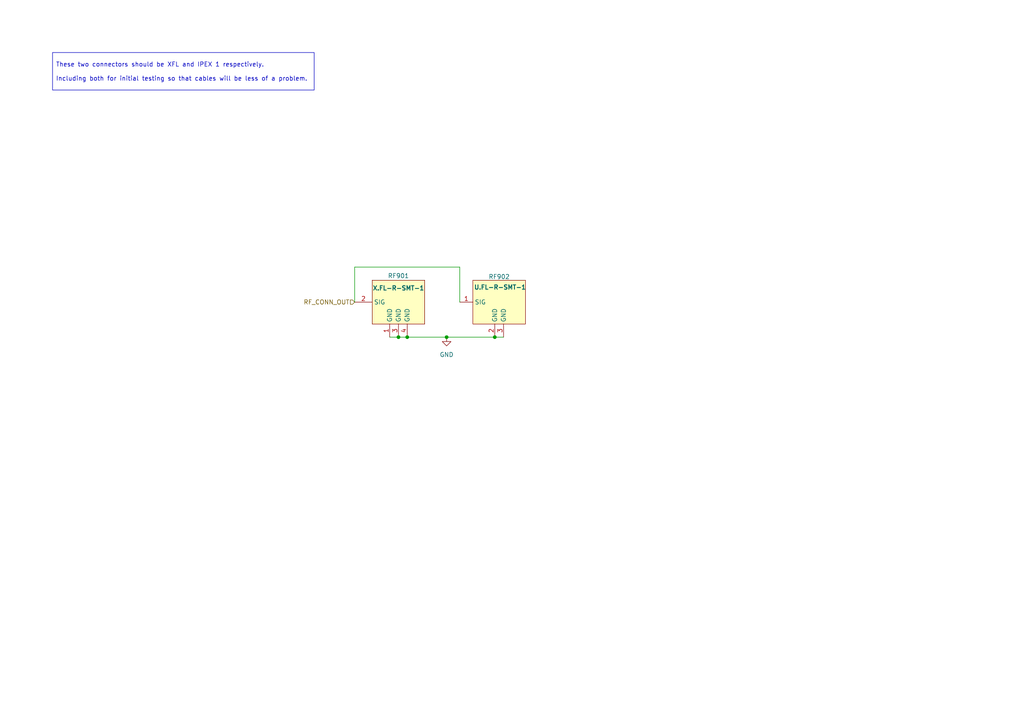
<source format=kicad_sch>
(kicad_sch (version 20250114) (generator "eeschema") (generator_version "9.0")
  (paper "A4")
  (title_block (rev "0") (company "Integrated BioElectronics Laboratory @ NYU Abu Dhabi") (comment 1 "Schematic developed by Hamza Anver"))
  (lib_symbols
    (symbol "easyeda2kicad:U.FL-R-SMT-1(80)"
      (property "Reference" "JP901" (at 0 13.716 0))
      (property "Value" "U.FL-R-SMT-1" (at 0.254 10.668 0))
      (symbol "U.FL-R-SMT-1(80)_0_1"
        (rectangle (start -7.62 12.7) (end 7.62 0) (fill (type background)))
        (pin unspecified line (at -11.43 6.35 0) (length 3.81) (name "SIG") (number "1"))
        (pin unspecified line (at -1.27 -3.81 90) (length 3.81) (name "GND") (number "2"))
        (pin unspecified line (at 1.27 -3.81 90) (length 3.81) (name "GND") (number "3"))
      )
    )
    (symbol "easyeda2kicad:X.FL-R-SMT-1(80)"
      (property "Reference" "RF903" (at 0.254 10.922 0))
      (property "Value" "X.FL-R-SMT-1(80)" (at 0.254 8.382 0))
      (symbol "X.FL-R-SMT-1(80)_0_1"
        (rectangle (start -7.62 6.35) (end 7.62 -6.35) (fill (type background)))
        (pin unspecified line (at -12.7 0 0) (length 5.08) (name "SIG") (number "2"))
        (pin unspecified line (at -2.54 -10.16 90) (length 3.81) (name "GND") (number "1"))
        (pin unspecified line (at 0 -10.16 90) (length 3.81) (name "GND") (number "3"))
        (pin unspecified line (at 2.54 -10.16 90) (length 3.81) (name "GND") (number "4"))
      )
    )
    (symbol "power:GND" (power) (pin_numbers (hide yes)) (pin_names (offset 0) (hide yes))
      (property "Value" "GND" (at 0 -3.81 0))
      (symbol "GND_0_1"
        (polyline (pts (xy 0 0) (xy 0 -1.27) (xy 1.27 -1.27) (xy 0 -2.54) (xy -1.27 -1.27) (xy 0 -1.27)))
      )
      (symbol "GND_1_1"
        (pin power_in line (at 0 0 270) (length 0) (name "~") (number "1"))
      )
    )
  )
  (text_box "These two connectors should be XFL and IPEX 1 respectively.\n\nIncluding both for initial testing so that cables will be less of a problem." (at 15.24 15.24 0) (size 75.8825 10.8768) (margins 0.9525 0.9525 0.9525 0.9525) (effects (font (size 1.27 1.27)) (justify left)))
  (junction (at 118.11 97.79))
  (junction (at 115.57 97.79))
  (junction (at 129.54 97.79))
  (junction (at 143.51 97.79))
  (wire (pts (xy 115.57 97.79) (xy 118.11 97.79)))
  (wire (pts (xy 113.03 97.79) (xy 115.57 97.79)))
  (wire (pts (xy 133.35 77.47) (xy 102.87 77.47)))
  (wire (pts (xy 143.51 97.79) (xy 146.05 97.79)))
  (wire (pts (xy 102.87 77.47) (xy 102.87 87.63)))
  (wire (pts (xy 129.54 97.79) (xy 143.51 97.79)))
  (wire (pts (xy 133.35 87.63) (xy 133.35 77.47)))
  (wire (pts (xy 118.11 97.79) (xy 129.54 97.79)))
  (hierarchical_label "RF_CONN_OUT" (shape input) (at 102.87 87.63 180))
  (symbol (lib_id "power:GND") (at 129.54 97.79 0) (unit 1)
    (property "Reference" "#PWR0901" (effects (hide yes)))
    (property "Value" "GND" (at 129.54 102.87 0))
    (property "Description" "Power symbol creates a global label with name \"GND\" , ground" (effects (hide yes)))
  )
  (symbol (lib_id "easyeda2kicad:X.FL-R-SMT-1(80)") (at 115.57 87.63 0) (unit 1)
    (property "Reference" "RF901" (at 115.57 80.01 0))
    (property "Value" "X.FL-R-SMT-1" (at 115.57 83.566 0) (effects (font (thickness 0.254) (bold yes))))
    (property "Footprint" "easyeda2kicad:ANT-SMD_XFL-R-SMT-1" (effects (hide yes)))
    (property "Datasheet" "https://lcsc.com/product-detail/RF-Connectors-Coaxial-Connectors_Hirose-HRS-X-FL-R-SMT-1-80_C434819.html" (effects (hide yes)))
    (property "LCSC Part" "C434819" (effects (hide yes)))
    (property "MPN" "X.FL-R-SMT-1(80)" (effects (hide yes)))
  )
  (symbol (lib_id "easyeda2kicad:U.FL-R-SMT-1(80)") (at 144.78 93.98 0) (unit 1)
    (property "Reference" "RF902" (at 144.78 80.264 0))
    (property "Value" "U.FL-R-SMT-1" (at 145.034 83.312 0) (effects (font (thickness 0.254) (bold yes))))
    (property "Footprint" "easyeda2kicad:RF-SMD_FRF05002-JSS103M" (effects (hide yes)))
    (property "Datasheet" "https://lcsc.com/product-detail/Connectors_HRS_U-FL-R-SMT-1-80_3310472280-IPE-XBoard-end-IPXConnector-SMD_C88374.html" (effects (hide yes)))
    (property "LCSC Part" "C88374" (effects (hide yes)))
  )
)
</source>
